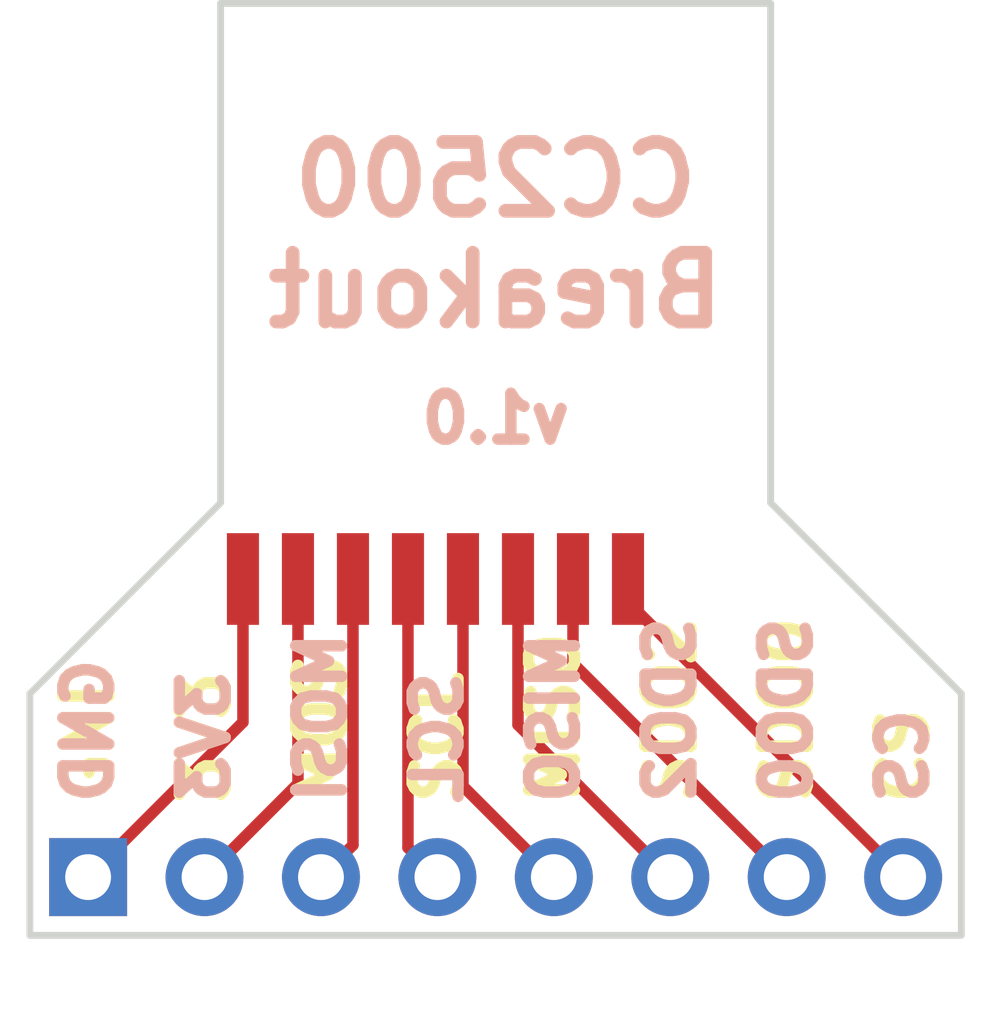
<source format=kicad_pcb>
(kicad_pcb (version 4) (host pcbnew 4.0.7)

  (general
    (links 8)
    (no_connects 0)
    (area 98.022599 80.874999 119.727401 103.7704)
    (thickness 0.8)
    (drawings 26)
    (tracks 16)
    (zones 0)
    (modules 2)
    (nets 9)
  )

  (page A4)
  (layers
    (0 F.Cu signal)
    (31 B.Cu signal)
    (33 F.Adhes user)
    (36 B.SilkS user)
    (37 F.SilkS user)
    (38 B.Mask user)
    (39 F.Mask user)
    (40 Dwgs.User user)
    (41 Cmts.User user)
    (42 Eco1.User user)
    (43 Eco2.User user)
    (44 Edge.Cuts user)
    (45 Margin user)
    (49 F.Fab user)
  )

  (setup
    (last_trace_width 0.25)
    (trace_clearance 0.1524)
    (zone_clearance 0.508)
    (zone_45_only no)
    (trace_min 0.1524)
    (segment_width 0.2)
    (edge_width 0.15)
    (via_size 0.6858)
    (via_drill 0.3302)
    (via_min_size 0.6858)
    (via_min_drill 0.3302)
    (uvia_size 0.6858)
    (uvia_drill 0.3302)
    (uvias_allowed no)
    (uvia_min_size 0)
    (uvia_min_drill 0)
    (pcb_text_width 0.3)
    (pcb_text_size 1.5 1.5)
    (mod_edge_width 0.15)
    (mod_text_size 1 1)
    (mod_text_width 0.15)
    (pad_size 1.524 1.524)
    (pad_drill 0.762)
    (pad_to_mask_clearance 0.0508)
    (aux_axis_origin 152.4 99.822)
    (grid_origin 152.4 99.822)
    (visible_elements FFFFFF7F)
    (pcbplotparams
      (layerselection 0x010f0_80000001)
      (usegerberextensions false)
      (excludeedgelayer true)
      (linewidth 0.100000)
      (plotframeref false)
      (viasonmask false)
      (mode 1)
      (useauxorigin false)
      (hpglpennumber 1)
      (hpglpenspeed 20)
      (hpglpendiameter 15)
      (hpglpenoverlay 2)
      (psnegative false)
      (psa4output false)
      (plotreference true)
      (plotvalue true)
      (plotinvisibletext false)
      (padsonsilk false)
      (subtractmaskfromsilk false)
      (outputformat 1)
      (mirror false)
      (drillshape 0)
      (scaleselection 1)
      (outputdirectory gerbers/))
  )

  (net 0 "")
  (net 1 "Net-(J1-Pad1)")
  (net 2 "Net-(J1-Pad2)")
  (net 3 "Net-(J1-Pad3)")
  (net 4 "Net-(J1-Pad4)")
  (net 5 "Net-(J1-Pad5)")
  (net 6 "Net-(J1-Pad6)")
  (net 7 "Net-(J1-Pad7)")
  (net 8 "Net-(J1-Pad8)")

  (net_class Default "This is the default net class."
    (clearance 0.1524)
    (trace_width 0.25)
    (via_dia 0.6858)
    (via_drill 0.3302)
    (uvia_dia 0.6858)
    (uvia_drill 0.3302)
    (add_net "Net-(J1-Pad1)")
    (add_net "Net-(J1-Pad2)")
    (add_net "Net-(J1-Pad3)")
    (add_net "Net-(J1-Pad4)")
    (add_net "Net-(J1-Pad5)")
    (add_net "Net-(J1-Pad6)")
    (add_net "Net-(J1-Pad7)")
    (add_net "Net-(J1-Pad8)")
  )

  (module cc2500-breakout:cc2500 (layer F.Cu) (tedit 5AE88B04) (tstamp 5AE85200)
    (at 103.378 93.5)
    (path /5AE84E1E)
    (fp_text reference U1 (at 6.35 -8.89) (layer F.SilkS) hide
      (effects (font (size 1 1) (thickness 0.15)))
    )
    (fp_text value CC2500 (at 6.35 -11.43) (layer F.Fab) hide
      (effects (font (size 1 1) (thickness 0.15)))
    )
    (pad 1 smd rect (at 0 0) (size 0.7 2) (layers F.Cu F.Mask)
      (net 1 "Net-(J1-Pad1)"))
    (pad 2 smd rect (at 1.2 0) (size 0.7 2) (layers F.Cu F.Mask)
      (net 2 "Net-(J1-Pad2)"))
    (pad 3 smd rect (at 2.4 0) (size 0.7 2) (layers F.Cu F.Mask)
      (net 3 "Net-(J1-Pad3)"))
    (pad 4 smd rect (at 3.6 0) (size 0.7 2) (layers F.Cu F.Mask)
      (net 4 "Net-(J1-Pad4)"))
    (pad 5 smd rect (at 4.8 0) (size 0.7 2) (layers F.Cu F.Mask)
      (net 5 "Net-(J1-Pad5)"))
    (pad 6 smd rect (at 6 0) (size 0.7 2) (layers F.Cu F.Mask)
      (net 6 "Net-(J1-Pad6)"))
    (pad 7 smd rect (at 7.2 0) (size 0.7 2) (layers F.Cu F.Mask)
      (net 7 "Net-(J1-Pad7)"))
    (pad 8 smd rect (at 8.4 0) (size 0.7 2) (layers F.Cu F.Mask)
      (net 8 "Net-(J1-Pad8)"))
  )

  (module Pin_Headers:Pin_Header_Straight_1x08_Pitch2.54mm (layer F.Cu) (tedit 5AE8EA95) (tstamp 5AE85B06)
    (at 100 100 90)
    (descr "Through hole straight pin header, 1x08, 2.54mm pitch, single row")
    (tags "Through hole pin header THT 1x08 2.54mm single row")
    (path /5AE84BD7)
    (fp_text reference J1 (at -2.743 8.585 180) (layer F.SilkS) hide
      (effects (font (size 1 1) (thickness 0.15)))
    )
    (fp_text value Conn_01x08 (at -2.743 2.743 180) (layer F.Fab) hide
      (effects (font (size 1 1) (thickness 0.15)))
    )
    (fp_line (start -0.635 -1.27) (end 1.27 -1.27) (layer F.Fab) (width 0.1))
    (fp_line (start 1.27 -1.27) (end 1.27 19.05) (layer F.Fab) (width 0.1))
    (fp_line (start 1.27 19.05) (end -1.27 19.05) (layer F.Fab) (width 0.1))
    (fp_line (start -1.27 19.05) (end -1.27 -0.635) (layer F.Fab) (width 0.1))
    (fp_line (start -1.27 -0.635) (end -0.635 -1.27) (layer F.Fab) (width 0.1))
    (fp_line (start -1.8 -1.8) (end -1.8 19.55) (layer F.CrtYd) (width 0.05))
    (fp_line (start -1.8 19.55) (end 1.8 19.55) (layer F.CrtYd) (width 0.05))
    (fp_line (start 1.8 19.55) (end 1.8 -1.8) (layer F.CrtYd) (width 0.05))
    (fp_line (start 1.8 -1.8) (end -1.8 -1.8) (layer F.CrtYd) (width 0.05))
    (fp_text user %R (at -2.362 -0.94 180) (layer F.Fab)
      (effects (font (size 1 1) (thickness 0.15)))
    )
    (pad 1 thru_hole rect (at 0 0 90) (size 1.7 1.7) (drill 1) (layers *.Cu *.Mask)
      (net 1 "Net-(J1-Pad1)"))
    (pad 2 thru_hole oval (at 0 2.54 90) (size 1.7 1.7) (drill 1) (layers *.Cu *.Mask)
      (net 2 "Net-(J1-Pad2)"))
    (pad 3 thru_hole oval (at 0 5.08 90) (size 1.7 1.7) (drill 1) (layers *.Cu *.Mask)
      (net 3 "Net-(J1-Pad3)"))
    (pad 4 thru_hole oval (at 0 7.62 90) (size 1.7 1.7) (drill 1) (layers *.Cu *.Mask)
      (net 4 "Net-(J1-Pad4)"))
    (pad 5 thru_hole oval (at 0 10.16 90) (size 1.7 1.7) (drill 1) (layers *.Cu *.Mask)
      (net 5 "Net-(J1-Pad5)"))
    (pad 6 thru_hole oval (at 0 12.7 90) (size 1.7 1.7) (drill 1) (layers *.Cu *.Mask)
      (net 6 "Net-(J1-Pad6)"))
    (pad 7 thru_hole oval (at 0 15.24 90) (size 1.7 1.7) (drill 1) (layers *.Cu *.Mask)
      (net 7 "Net-(J1-Pad7)"))
    (pad 8 thru_hole oval (at 0 17.78 90) (size 1.7 1.7) (drill 1) (layers *.Cu *.Mask)
      (net 8 "Net-(J1-Pad8)"))
    (model ${KISYS3DMOD}/Pin_Headers.3dshapes/Pin_Header_Straight_1x08_Pitch2.54mm.wrl
      (at (xyz 0 0 0))
      (scale (xyz 1 1 1))
      (rotate (xyz 0 0 0))
    )
  )

  (gr_text v1.0 (at 108.89 90) (layer B.SilkS)
    (effects (font (size 1 1) (thickness 0.25)) (justify mirror))
  )
  (gr_text "CC2500\nBreakout" (at 108.89 86) (layer B.SilkS)
    (effects (font (size 1.5 1.5) (thickness 0.3)) (justify mirror))
  )
  (gr_text CS (at 117.78 98.5 90) (layer B.SilkS)
    (effects (font (size 1 1) (thickness 0.25)) (justify right mirror))
  )
  (gr_text SDO0 (at 115.24 98.5 90) (layer B.SilkS)
    (effects (font (size 1 1) (thickness 0.25)) (justify right mirror))
  )
  (gr_text SDO2 (at 112.7 98.5 90) (layer B.SilkS)
    (effects (font (size 1 1) (thickness 0.25)) (justify right mirror))
  )
  (gr_text MISO (at 110.16 98.5 90) (layer B.SilkS)
    (effects (font (size 1 1) (thickness 0.25)) (justify right mirror))
  )
  (gr_text SCL (at 107.62 98.5 90) (layer B.SilkS)
    (effects (font (size 1 1) (thickness 0.25)) (justify right mirror))
  )
  (gr_text MOSI (at 105.08 98.5 90) (layer B.SilkS)
    (effects (font (size 1 1) (thickness 0.25)) (justify right mirror))
  )
  (gr_text 3V3 (at 102.54 98.5 90) (layer B.SilkS)
    (effects (font (size 1 1) (thickness 0.25)) (justify right mirror))
  )
  (gr_text GND (at 100 98.5 90) (layer B.SilkS)
    (effects (font (size 1 1) (thickness 0.25)) (justify right mirror))
  )
  (gr_line (start 114.89 80.95) (end 114.89 91.84) (angle 90) (layer Edge.Cuts) (width 0.15))
  (gr_line (start 102.89 80.95) (end 102.89 91.84) (angle 90) (layer Edge.Cuts) (width 0.15))
  (gr_line (start 102.89 91.84) (end 98.73 96) (angle 90) (layer Edge.Cuts) (width 0.15))
  (gr_line (start 114.89 91.84) (end 119.05 96) (angle 90) (layer Edge.Cuts) (width 0.15))
  (gr_line (start 102.89 80.95) (end 114.89 80.95) (angle 90) (layer Edge.Cuts) (width 0.15))
  (gr_line (start 119.05 101.27) (end 119.05 96) (angle 90) (layer Edge.Cuts) (width 0.15))
  (gr_line (start 98.73 101.27) (end 119.05 101.27) (angle 90) (layer Edge.Cuts) (width 0.15))
  (gr_line (start 98.73 101.27) (end 98.73 96) (angle 90) (layer Edge.Cuts) (width 0.15))
  (gr_text CS (at 117.78 98.5 90) (layer F.SilkS)
    (effects (font (size 1 1) (thickness 0.25)) (justify left))
  )
  (gr_text SDO0 (at 115.24 98.5 90) (layer F.SilkS)
    (effects (font (size 1 1) (thickness 0.25)) (justify left))
  )
  (gr_text SDO2 (at 112.7 98.5 90) (layer F.SilkS)
    (effects (font (size 1 1) (thickness 0.25)) (justify left))
  )
  (gr_text MISO (at 110.16 98.5 90) (layer F.SilkS)
    (effects (font (size 1 1) (thickness 0.25)) (justify left))
  )
  (gr_text SCL (at 107.62 98.5 90) (layer F.SilkS)
    (effects (font (size 1 1) (thickness 0.25)) (justify left))
  )
  (gr_text MOSI (at 105.08 98.5 90) (layer F.SilkS)
    (effects (font (size 1 1) (thickness 0.25)) (justify left))
  )
  (gr_text 3V3 (at 102.54 98.5 90) (layer F.SilkS)
    (effects (font (size 1 1) (thickness 0.25)) (justify left))
  )
  (gr_text GND (at 100 98.5 90) (layer F.SilkS)
    (effects (font (size 1 1) (thickness 0.25)) (justify left))
  )

  (segment (start 103.378 93.5) (end 103.378 96.622) (width 0.25) (layer F.Cu) (net 1))
  (segment (start 103.378 96.622) (end 100 100) (width 0.25) (layer F.Cu) (net 1) (tstamp 5AE88212))
  (segment (start 104.578 93.5) (end 104.578 97.962) (width 0.25) (layer F.Cu) (net 2))
  (segment (start 104.578 97.962) (end 102.54 100) (width 0.25) (layer F.Cu) (net 2) (tstamp 5AE88220))
  (segment (start 105.778 93.5) (end 105.778 99.302) (width 0.25) (layer F.Cu) (net 3))
  (segment (start 105.778 99.302) (end 105.08 100) (width 0.25) (layer F.Cu) (net 3) (tstamp 5AE88224))
  (segment (start 106.978 93.5) (end 106.978 99.358) (width 0.25) (layer F.Cu) (net 4))
  (segment (start 106.978 99.358) (end 107.62 100) (width 0.25) (layer F.Cu) (net 4) (tstamp 5AE88228))
  (segment (start 108.178 93.5) (end 108.178 98.018) (width 0.25) (layer F.Cu) (net 5))
  (segment (start 108.178 98.018) (end 110.16 100) (width 0.25) (layer F.Cu) (net 5) (tstamp 5AE8822C))
  (segment (start 109.378 93.5) (end 109.378 96.678) (width 0.25) (layer F.Cu) (net 6))
  (segment (start 109.378 96.678) (end 112.7 100) (width 0.25) (layer F.Cu) (net 6) (tstamp 5AE88231))
  (segment (start 110.578 93.5) (end 110.578 95.338) (width 0.25) (layer F.Cu) (net 7))
  (segment (start 110.578 95.338) (end 115.24 100) (width 0.25) (layer F.Cu) (net 7) (tstamp 5AE88236))
  (segment (start 111.778 93.5) (end 111.778 93.998) (width 0.25) (layer F.Cu) (net 8))
  (segment (start 111.778 93.998) (end 117.78 100) (width 0.25) (layer F.Cu) (net 8) (tstamp 5AE8823A))

)

</source>
